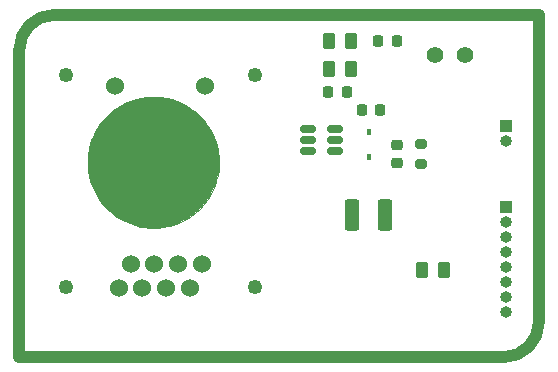
<source format=gbr>
%TF.GenerationSoftware,KiCad,Pcbnew,(6.0.5-0)*%
%TF.CreationDate,2022-09-30T17:34:08+08:00*%
%TF.ProjectId,breakout,62726561-6b6f-4757-942e-6b696361645f,rev?*%
%TF.SameCoordinates,Original*%
%TF.FileFunction,Soldermask,Top*%
%TF.FilePolarity,Negative*%
%FSLAX46Y46*%
G04 Gerber Fmt 4.6, Leading zero omitted, Abs format (unit mm)*
G04 Created by KiCad (PCBNEW (6.0.5-0)) date 2022-09-30 17:34:08*
%MOMM*%
%LPD*%
G01*
G04 APERTURE LIST*
G04 Aperture macros list*
%AMRoundRect*
0 Rectangle with rounded corners*
0 $1 Rounding radius*
0 $2 $3 $4 $5 $6 $7 $8 $9 X,Y pos of 4 corners*
0 Add a 4 corners polygon primitive as box body*
4,1,4,$2,$3,$4,$5,$6,$7,$8,$9,$2,$3,0*
0 Add four circle primitives for the rounded corners*
1,1,$1+$1,$2,$3*
1,1,$1+$1,$4,$5*
1,1,$1+$1,$6,$7*
1,1,$1+$1,$8,$9*
0 Add four rect primitives between the rounded corners*
20,1,$1+$1,$2,$3,$4,$5,0*
20,1,$1+$1,$4,$5,$6,$7,0*
20,1,$1+$1,$6,$7,$8,$9,0*
20,1,$1+$1,$8,$9,$2,$3,0*%
G04 Aperture macros list end*
%ADD10C,1.000000*%
%ADD11C,0.010000*%
%ADD12R,1.000000X1.000000*%
%ADD13O,1.000000X1.000000*%
%ADD14RoundRect,0.250000X0.375000X1.075000X-0.375000X1.075000X-0.375000X-1.075000X0.375000X-1.075000X0*%
%ADD15C,1.400000*%
%ADD16RoundRect,0.225000X0.250000X-0.225000X0.250000X0.225000X-0.250000X0.225000X-0.250000X-0.225000X0*%
%ADD17R,0.450000X0.600000*%
%ADD18RoundRect,0.225000X0.225000X0.250000X-0.225000X0.250000X-0.225000X-0.250000X0.225000X-0.250000X0*%
%ADD19RoundRect,0.250000X-0.262500X-0.450000X0.262500X-0.450000X0.262500X0.450000X-0.262500X0.450000X0*%
%ADD20RoundRect,0.250000X0.262500X0.450000X-0.262500X0.450000X-0.262500X-0.450000X0.262500X-0.450000X0*%
%ADD21RoundRect,0.200000X-0.275000X0.200000X-0.275000X-0.200000X0.275000X-0.200000X0.275000X0.200000X0*%
%ADD22RoundRect,0.150000X-0.512500X-0.150000X0.512500X-0.150000X0.512500X0.150000X-0.512500X0.150000X0*%
%ADD23RoundRect,0.225000X-0.225000X-0.250000X0.225000X-0.250000X0.225000X0.250000X-0.225000X0.250000X0*%
%ADD24C,1.250000*%
%ADD25C,1.524000*%
G04 APERTURE END LIST*
D10*
X-11000000Y15000000D02*
X30000000Y15000000D01*
X-11000000Y15000000D02*
G75*
G03*
X-14000000Y12000000I1J-3000001D01*
G01*
X27000000Y-14000000D02*
X-14000000Y-14000000D01*
X27000000Y-14000000D02*
G75*
G03*
X30000000Y-11000000I0J3000000D01*
G01*
X30000000Y15000000D02*
X30000000Y-11000000D01*
X-14000000Y-14000000D02*
X-14000000Y12000000D01*
%TO.C,H1*%
G36*
X-2442023Y8053092D02*
G01*
X-2272447Y8048424D01*
X-2125872Y8040867D01*
X-2035624Y8033090D01*
X-1561563Y7960107D01*
X-1099463Y7847451D01*
X-651503Y7696617D01*
X-219864Y7509100D01*
X193273Y7286395D01*
X585729Y7029997D01*
X955322Y6741402D01*
X1299873Y6422104D01*
X1617200Y6073599D01*
X1905124Y5697382D01*
X2161464Y5294948D01*
X2284019Y5071065D01*
X2475152Y4666964D01*
X2628252Y4264599D01*
X2746341Y3855384D01*
X2802539Y3598406D01*
X2838730Y3398112D01*
X2865389Y3215469D01*
X2883694Y3037387D01*
X2894826Y2850773D01*
X2899966Y2642538D01*
X2900667Y2510000D01*
X2899405Y2365702D01*
X2895909Y2219438D01*
X2890614Y2082927D01*
X2883952Y1967888D01*
X2878090Y1900624D01*
X2805303Y1427397D01*
X2693264Y967139D01*
X2543594Y521797D01*
X2357914Y93320D01*
X2137846Y-316345D01*
X1885011Y-705249D01*
X1601030Y-1071444D01*
X1287525Y-1412982D01*
X946117Y-1727916D01*
X578428Y-2014296D01*
X186079Y-2270176D01*
X-229309Y-2493606D01*
X-666114Y-2682639D01*
X-1044323Y-2812186D01*
X-1244830Y-2867079D01*
X-1470416Y-2918964D01*
X-1703827Y-2964343D01*
X-1927813Y-2999720D01*
X-2035624Y-3013090D01*
X-2136340Y-3020985D01*
X-2269374Y-3026801D01*
X-2425112Y-3030546D01*
X-2593939Y-3032227D01*
X-2766241Y-3031851D01*
X-2932405Y-3029426D01*
X-3082817Y-3024959D01*
X-3207862Y-3018456D01*
X-3280000Y-3012159D01*
X-3750215Y-2938089D01*
X-4206597Y-2825221D01*
X-4647390Y-2675333D01*
X-5070835Y-2490200D01*
X-5475177Y-2271601D01*
X-5858658Y-2021312D01*
X-6219521Y-1741110D01*
X-6556010Y-1432772D01*
X-6866366Y-1098074D01*
X-7148833Y-738795D01*
X-7401655Y-356709D01*
X-7623073Y46404D01*
X-7811332Y468769D01*
X-7964673Y908609D01*
X-8081341Y1364147D01*
X-8159577Y1833605D01*
X-8171003Y1934209D01*
X-8181962Y2082123D01*
X-8187905Y2259410D01*
X-8189113Y2456140D01*
X-8185863Y2662382D01*
X-8178435Y2868206D01*
X-8167105Y3063683D01*
X-8152154Y3238881D01*
X-8133860Y3383871D01*
X-8129614Y3409583D01*
X-8061982Y3750779D01*
X-7981440Y4064817D01*
X-7883902Y4365945D01*
X-7775871Y4643290D01*
X-7569100Y5084237D01*
X-7328679Y5499738D01*
X-7053596Y5891306D01*
X-6742839Y6260455D01*
X-6582700Y6428123D01*
X-6229270Y6754167D01*
X-5850657Y7047085D01*
X-5449438Y7305633D01*
X-5028190Y7528569D01*
X-4589489Y7714650D01*
X-4135912Y7862634D01*
X-3670036Y7971279D01*
X-3254376Y8033090D01*
X-3132884Y8042869D01*
X-2980030Y8049759D01*
X-2806687Y8053760D01*
X-2623727Y8054871D01*
X-2442023Y8053092D01*
G37*
D11*
X-2442023Y8053092D02*
X-2272447Y8048424D01*
X-2125872Y8040867D01*
X-2035624Y8033090D01*
X-1561563Y7960107D01*
X-1099463Y7847451D01*
X-651503Y7696617D01*
X-219864Y7509100D01*
X193273Y7286395D01*
X585729Y7029997D01*
X955322Y6741402D01*
X1299873Y6422104D01*
X1617200Y6073599D01*
X1905124Y5697382D01*
X2161464Y5294948D01*
X2284019Y5071065D01*
X2475152Y4666964D01*
X2628252Y4264599D01*
X2746341Y3855384D01*
X2802539Y3598406D01*
X2838730Y3398112D01*
X2865389Y3215469D01*
X2883694Y3037387D01*
X2894826Y2850773D01*
X2899966Y2642538D01*
X2900667Y2510000D01*
X2899405Y2365702D01*
X2895909Y2219438D01*
X2890614Y2082927D01*
X2883952Y1967888D01*
X2878090Y1900624D01*
X2805303Y1427397D01*
X2693264Y967139D01*
X2543594Y521797D01*
X2357914Y93320D01*
X2137846Y-316345D01*
X1885011Y-705249D01*
X1601030Y-1071444D01*
X1287525Y-1412982D01*
X946117Y-1727916D01*
X578428Y-2014296D01*
X186079Y-2270176D01*
X-229309Y-2493606D01*
X-666114Y-2682639D01*
X-1044323Y-2812186D01*
X-1244830Y-2867079D01*
X-1470416Y-2918964D01*
X-1703827Y-2964343D01*
X-1927813Y-2999720D01*
X-2035624Y-3013090D01*
X-2136340Y-3020985D01*
X-2269374Y-3026801D01*
X-2425112Y-3030546D01*
X-2593939Y-3032227D01*
X-2766241Y-3031851D01*
X-2932405Y-3029426D01*
X-3082817Y-3024959D01*
X-3207862Y-3018456D01*
X-3280000Y-3012159D01*
X-3750215Y-2938089D01*
X-4206597Y-2825221D01*
X-4647390Y-2675333D01*
X-5070835Y-2490200D01*
X-5475177Y-2271601D01*
X-5858658Y-2021312D01*
X-6219521Y-1741110D01*
X-6556010Y-1432772D01*
X-6866366Y-1098074D01*
X-7148833Y-738795D01*
X-7401655Y-356709D01*
X-7623073Y46404D01*
X-7811332Y468769D01*
X-7964673Y908609D01*
X-8081341Y1364147D01*
X-8159577Y1833605D01*
X-8171003Y1934209D01*
X-8181962Y2082123D01*
X-8187905Y2259410D01*
X-8189113Y2456140D01*
X-8185863Y2662382D01*
X-8178435Y2868206D01*
X-8167105Y3063683D01*
X-8152154Y3238881D01*
X-8133860Y3383871D01*
X-8129614Y3409583D01*
X-8061982Y3750779D01*
X-7981440Y4064817D01*
X-7883902Y4365945D01*
X-7775871Y4643290D01*
X-7569100Y5084237D01*
X-7328679Y5499738D01*
X-7053596Y5891306D01*
X-6742839Y6260455D01*
X-6582700Y6428123D01*
X-6229270Y6754167D01*
X-5850657Y7047085D01*
X-5449438Y7305633D01*
X-5028190Y7528569D01*
X-4589489Y7714650D01*
X-4135912Y7862634D01*
X-3670036Y7971279D01*
X-3254376Y8033090D01*
X-3132884Y8042869D01*
X-2980030Y8049759D01*
X-2806687Y8053760D01*
X-2623727Y8054871D01*
X-2442023Y8053092D01*
%TD*%
D12*
%TO.C,J2*%
X27200000Y5600000D03*
D13*
X27200000Y4330000D03*
%TD*%
D14*
%TO.C,L1*%
X17000000Y-2000000D03*
X14200000Y-2000000D03*
%TD*%
D15*
%TO.C,TP1*%
X21200000Y11600000D03*
X23740000Y11600000D03*
%TD*%
D16*
%TO.C,C1*%
X17999999Y2425000D03*
X17999999Y3975000D03*
%TD*%
D17*
%TO.C,D1*%
X15600000Y5050000D03*
X15600000Y2950000D03*
%TD*%
D18*
%TO.C,C2*%
X17950000Y12800000D03*
X16400000Y12800000D03*
%TD*%
D19*
%TO.C,R1*%
X12262500Y10400000D03*
X14087500Y10400000D03*
%TD*%
D20*
%TO.C,R2*%
X21952321Y-6581220D03*
X20127321Y-6581220D03*
%TD*%
D18*
%TO.C,C3*%
X13715167Y8486610D03*
X12165167Y8486610D03*
%TD*%
D12*
%TO.C,J1*%
X27200000Y-1300000D03*
D13*
X27200000Y-2570000D03*
X27200000Y-3840000D03*
X27200000Y-5110000D03*
X27200000Y-6380000D03*
X27200000Y-7650000D03*
X27200000Y-8920000D03*
X27200000Y-10190000D03*
%TD*%
D20*
%TO.C,R3*%
X14087500Y12800000D03*
X12262500Y12800000D03*
%TD*%
D21*
%TO.C,R4*%
X20000000Y4025000D03*
X20000000Y2375000D03*
%TD*%
D22*
%TO.C,U1*%
X10462500Y5350000D03*
X10462500Y4400000D03*
X10462500Y3450000D03*
X12737500Y3450000D03*
X12737500Y4400000D03*
X12737500Y5350000D03*
%TD*%
D23*
%TO.C,C4*%
X14995000Y6955000D03*
X16545000Y6955000D03*
%TD*%
D24*
%TO.C,O1*%
X-10064061Y9928148D03*
X5935939Y9928148D03*
X5935939Y-8071852D03*
X-10064061Y-8071852D03*
D25*
X-5874061Y8928148D03*
X1745939Y8928148D03*
X-5564061Y-8121852D03*
X-4564061Y-6121852D03*
X-3564061Y-8121852D03*
X-2564061Y-6121852D03*
X-1564061Y-8121852D03*
X-564061Y-6121852D03*
X435939Y-8121852D03*
X1435939Y-6121852D03*
%TD*%
M02*

</source>
